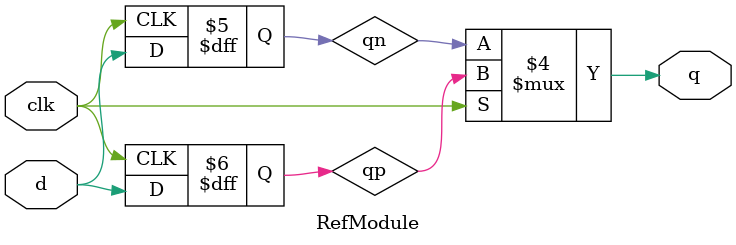
<source format=sv>

module RefModule (
  input clk,
  input d,
  output reg q
);

  /*always @(posedge clk, negedge clk) begin
    q <= d;
  end*/

  reg qp, qn;
  always @(posedge clk)
    qp <= d;
  always @(negedge clk)
    qn <= d;

  // This causes q to change too early when clk changes. Need delay by
  // delta cycle
  // assign q = temp_undefined;
  always @(*)
    q <= clk ? qp : qn;

endmodule


</source>
